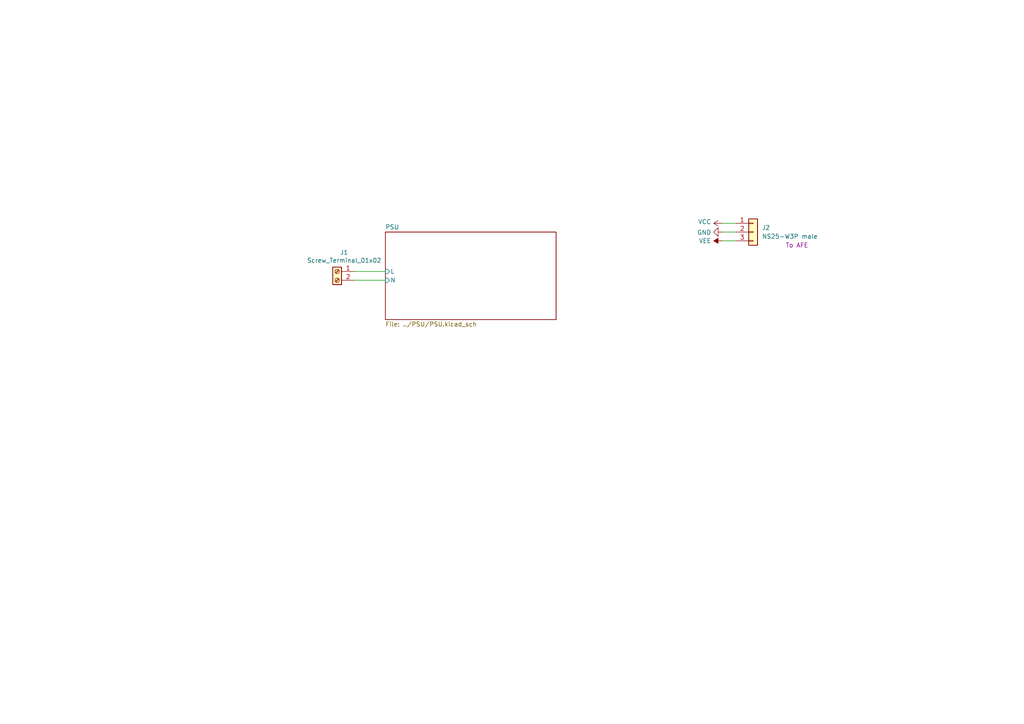
<source format=kicad_sch>
(kicad_sch (version 20211123) (generator eeschema)
  (paper "A4")
  (lib_symbols
    (symbol "Connector:Screw_Terminal_01x02" (pin_names (offset 1.016) hide)
      (property "Reference" "J" (at 0 2.54 0))
      (property "Value" "Screw_Terminal_01x02" (at 0 -5.08 0))
      (symbol "Screw_Terminal_01x02_1_1"
        (rectangle (start -1.27 1.27) (end 1.27 -3.81) (stroke (width 0.254)) (fill (type background)))
        (circle (center 0 -2.54) (radius 0.635) (stroke (width 0.1524)))
        (polyline (pts (xy -0.5334 -2.2098) (xy 0.3302 -3.048)) (stroke (width 0.1524)))
        (polyline (pts (xy -0.5334 0.3302) (xy 0.3302 -0.508)) (stroke (width 0.1524)))
        (polyline (pts (xy -0.3556 -2.032) (xy 0.508 -2.8702)) (stroke (width 0.1524)))
        (polyline (pts (xy -0.3556 0.508) (xy 0.508 -0.3302)) (stroke (width 0.1524)))
        (circle (center 0 0) (radius 0.635) (stroke (width 0.1524)))
        (pin passive line (at -5.08 0 0) (length 3.81) (name "Pin_1") (number "1"))
        (pin passive line (at -5.08 -2.54 0) (length 3.81) (name "Pin_2") (number "2"))
      )
    )
    (symbol "Connector_Generic:Conn_01x03" (pin_names (offset 1.016) hide)
      (property "Reference" "J" (at 0 5.08 0))
      (property "Value" "Conn_01x03" (at 0 -5.08 0))
      (symbol "Conn_01x03_1_1"
        (rectangle (start -1.27 -2.413) (end 0 -2.667) (stroke (width 0.1524)))
        (rectangle (start -1.27 0.127) (end 0 -0.127) (stroke (width 0.1524)))
        (rectangle (start -1.27 2.667) (end 0 2.413) (stroke (width 0.1524)))
        (rectangle (start -1.27 3.81) (end 1.27 -3.81) (stroke (width 0.254)) (fill (type background)))
        (pin passive line (at -5.08 2.54 0) (length 3.81) (name "Pin_1") (number "1"))
        (pin passive line (at -5.08 0 0) (length 3.81) (name "Pin_2") (number "2"))
        (pin passive line (at -5.08 -2.54 0) (length 3.81) (name "Pin_3") (number "3"))
      )
    )
    (symbol "power:GND" (power) (pin_names (offset 0))
      (property "Value" "GND" (at 0 -3.81 0))
      (symbol "GND_0_1"
        (polyline (pts (xy 0 0) (xy 0 -1.27) (xy 1.27 -1.27) (xy 0 -2.54) (xy -1.27 -1.27) (xy 0 -1.27)))
      )
      (symbol "GND_1_1"
        (pin power_in line (at 0 0 270) (length 0) hide (name "GND") (number "1"))
      )
    )
    (symbol "power:VCC" (power) (pin_names (offset 0))
      (property "Value" "VCC" (at 0 3.81 0))
      (symbol "VCC_0_1"
        (polyline (pts (xy -0.762 1.27) (xy 0 2.54)))
        (polyline (pts (xy 0 0) (xy 0 2.54)))
        (polyline (pts (xy 0 2.54) (xy 0.762 1.27)))
      )
      (symbol "VCC_1_1"
        (pin power_in line (at 0 0 90) (length 0) hide (name "VCC") (number "1"))
      )
    )
    (symbol "power:VEE" (power) (pin_names (offset 0))
      (property "Value" "VEE" (at 0 3.81 0))
      (symbol "VEE_0_1"
        (polyline (pts (xy 0 0) (xy 0 2.54)))
        (polyline (pts (xy 0.762 1.27) (xy -0.762 1.27) (xy 0 2.54) (xy 0.762 1.27)) (fill (type outline)))
      )
      (symbol "VEE_1_1"
        (pin power_in line (at 0 0 90) (length 0) hide (name "VEE") (number "1"))
      )
    )
  )
  (wire (pts (xy 111.76 81.28) (xy 102.87 81.28)))
  (wire (pts (xy 111.76 78.74) (xy 102.87 78.74)))
  (wire (pts (xy 209.55 67.31) (xy 213.36 67.31)))
  (wire (pts (xy 209.55 64.77) (xy 213.36 64.77)))
  (wire (pts (xy 209.55 69.85) (xy 213.36 69.85)))
  (symbol (lib_id "Connector:Screw_Terminal_01x02") (at 97.79 78.74 0) (mirror y) (unit 1)
    (property "Reference" "J1" (at 99.822 73.2282 0))
    (property "Value" "Screw_Terminal_01x02" (at 99.822 75.5396 0))
    (property "Footprint" "TerminalBlock:TerminalBlock_bornier-2_P5.08mm" (effects hide))
  )
  (symbol (lib_id "Connector_Generic:Conn_01x03") (at 218.44 67.31 0) (unit 1)
    (property "Reference" "J2" (at 220.98 66.0399 0) (effects (justify left)))
    (property "Value" "NS25-W3P male" (at 220.98 68.5799 0) (effects (justify left)))
    (property "Footprint" "Connector_Molex:Molex_KK-254_AE-6410-03A_1x03_P2.54mm_Vertical" (effects hide))
    (property "Comment" "To AFE" (at 231.14 71.12 0))
  )
  (symbol (lib_id "power:GND") (at 209.55 67.31 270) (unit 1)
    (property "Reference" "#PWR02" (effects hide))
    (property "Value" "GND" (at 206.2988 67.437 90) (effects (justify right)))
  )
  (symbol (lib_id "power:VCC") (at 209.55 64.77 90) (unit 1)
    (property "Reference" "#PWR01" (effects hide))
    (property "Value" "VCC" (at 206.2988 64.3382 90) (effects (justify left)))
  )
  (symbol (lib_id "power:VEE") (at 209.55 69.85 90) (unit 1)
    (property "Reference" "#PWR03" (effects hide))
    (property "Value" "VEE" (at 204.47 69.85 90))
  )
  (sheet (at 111.76 67.31) (size 49.53 25.4) (stroke (width 0.1524))
    (property "Sheet name" "PSU" (at 111.76 66.5984 0) (effects (justify left bottom)))
    (property "Sheet file" "../PSU/PSU.kicad_sch" (at 111.76 93.2946 0) (effects (justify left top)))
    (pin "L" input (at 111.76 78.74 180))
    (pin "N" input (at 111.76 81.28 180))
  )
)
</source>
